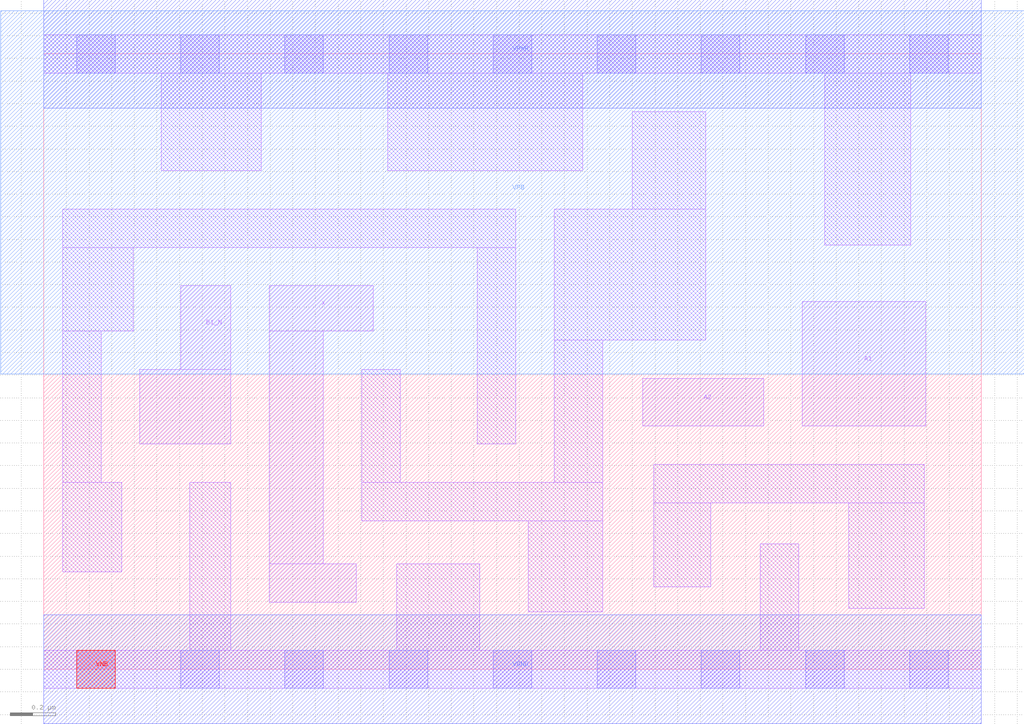
<source format=lef>
# Copyright 2020 The SkyWater PDK Authors
#
# Licensed under the Apache License, Version 2.0 (the "License");
# you may not use this file except in compliance with the License.
# You may obtain a copy of the License at
#
#     https://www.apache.org/licenses/LICENSE-2.0
#
# Unless required by applicable law or agreed to in writing, software
# distributed under the License is distributed on an "AS IS" BASIS,
# WITHOUT WARRANTIES OR CONDITIONS OF ANY KIND, either express or implied.
# See the License for the specific language governing permissions and
# limitations under the License.
#
# SPDX-License-Identifier: Apache-2.0

VERSION 5.7 ;
  NOWIREEXTENSIONATPIN ON ;
  DIVIDERCHAR "/" ;
  BUSBITCHARS "[]" ;
PROPERTYDEFINITIONS
  MACRO maskLayoutSubType STRING ;
  MACRO prCellType STRING ;
  MACRO originalViewName STRING ;
END PROPERTYDEFINITIONS
MACRO sky130_fd_sc_hdll__o21ba_2
  CLASS CORE ;
  FOREIGN sky130_fd_sc_hdll__o21ba_2 ;
  ORIGIN  0.000000  0.000000 ;
  SIZE  4.140000 BY  2.720000 ;
  SYMMETRY X Y R90 ;
  SITE unithd ;
  PIN A1
    ANTENNAGATEAREA  0.277500 ;
    DIRECTION INPUT ;
    USE SIGNAL ;
    PORT
      LAYER li1 ;
        RECT 3.350000 1.075000 3.895000 1.625000 ;
    END
  END A1
  PIN A2
    ANTENNAGATEAREA  0.277500 ;
    DIRECTION INPUT ;
    USE SIGNAL ;
    PORT
      LAYER li1 ;
        RECT 2.645000 1.075000 3.180000 1.285000 ;
    END
  END A2
  PIN B1_N
    ANTENNAGATEAREA  0.138600 ;
    DIRECTION INPUT ;
    USE SIGNAL ;
    PORT
      LAYER li1 ;
        RECT 0.425000 0.995000 0.825000 1.325000 ;
        RECT 0.605000 1.325000 0.825000 1.695000 ;
    END
  END B1_N
  PIN VGND
    ANTENNADIFFAREA  0.566000 ;
    DIRECTION INOUT ;
    USE SIGNAL ;
    PORT
      LAYER met1 ;
        RECT 0.000000 -0.240000 4.140000 0.240000 ;
    END
  END VGND
  PIN VPWR
    ANTENNADIFFAREA  1.380700 ;
    DIRECTION INOUT ;
    USE SIGNAL ;
    PORT
      LAYER met1 ;
        RECT 0.000000 2.480000 4.140000 2.960000 ;
    END
  END VPWR
  PIN X
    ANTENNADIFFAREA  0.571750 ;
    DIRECTION OUTPUT ;
    USE SIGNAL ;
    PORT
      LAYER li1 ;
        RECT 0.995000 0.295000 1.380000 0.465000 ;
        RECT 0.995000 0.465000 1.235000 1.495000 ;
        RECT 0.995000 1.495000 1.455000 1.695000 ;
    END
  END X
  PIN VNB
    DIRECTION INOUT ;
    USE GROUND ;
    PORT
      LAYER pwell ;
        RECT 0.145000 -0.085000 0.315000 0.085000 ;
    END
  END VNB
  PIN VPB
    DIRECTION INOUT ;
    USE POWER ;
    PORT
      LAYER nwell ;
        RECT -0.190000 1.305000 4.330000 2.910000 ;
    END
  END VPB
  OBS
    LAYER li1 ;
      RECT 0.000000 -0.085000 4.140000 0.085000 ;
      RECT 0.000000  2.635000 4.140000 2.805000 ;
      RECT 0.085000  0.430000 0.345000 0.825000 ;
      RECT 0.085000  0.825000 0.255000 1.495000 ;
      RECT 0.085000  1.495000 0.395000 1.865000 ;
      RECT 0.085000  1.865000 2.085000 2.035000 ;
      RECT 0.520000  2.205000 0.960000 2.635000 ;
      RECT 0.645000  0.085000 0.825000 0.825000 ;
      RECT 1.405000  0.655000 2.470000 0.825000 ;
      RECT 1.405000  0.825000 1.575000 1.325000 ;
      RECT 1.520000  2.205000 2.380000 2.635000 ;
      RECT 1.560000  0.085000 1.925000 0.465000 ;
      RECT 1.915000  0.995000 2.085000 1.865000 ;
      RECT 2.140000  0.255000 2.470000 0.655000 ;
      RECT 2.255000  0.825000 2.470000 1.455000 ;
      RECT 2.255000  1.455000 2.925000 2.035000 ;
      RECT 2.600000  2.035000 2.925000 2.465000 ;
      RECT 2.695000  0.365000 2.945000 0.735000 ;
      RECT 2.695000  0.735000 3.890000 0.905000 ;
      RECT 3.165000  0.085000 3.335000 0.555000 ;
      RECT 3.450000  1.875000 3.830000 2.635000 ;
      RECT 3.555000  0.270000 3.890000 0.735000 ;
    LAYER mcon ;
      RECT 0.145000 -0.085000 0.315000 0.085000 ;
      RECT 0.145000  2.635000 0.315000 2.805000 ;
      RECT 0.605000 -0.085000 0.775000 0.085000 ;
      RECT 0.605000  2.635000 0.775000 2.805000 ;
      RECT 1.065000 -0.085000 1.235000 0.085000 ;
      RECT 1.065000  2.635000 1.235000 2.805000 ;
      RECT 1.525000 -0.085000 1.695000 0.085000 ;
      RECT 1.525000  2.635000 1.695000 2.805000 ;
      RECT 1.985000 -0.085000 2.155000 0.085000 ;
      RECT 1.985000  2.635000 2.155000 2.805000 ;
      RECT 2.445000 -0.085000 2.615000 0.085000 ;
      RECT 2.445000  2.635000 2.615000 2.805000 ;
      RECT 2.905000 -0.085000 3.075000 0.085000 ;
      RECT 2.905000  2.635000 3.075000 2.805000 ;
      RECT 3.365000 -0.085000 3.535000 0.085000 ;
      RECT 3.365000  2.635000 3.535000 2.805000 ;
      RECT 3.825000 -0.085000 3.995000 0.085000 ;
      RECT 3.825000  2.635000 3.995000 2.805000 ;
  END
  PROPERTY maskLayoutSubType "abstract" ;
  PROPERTY prCellType "standard" ;
  PROPERTY originalViewName "layout" ;
END sky130_fd_sc_hdll__o21ba_2
END LIBRARY

</source>
